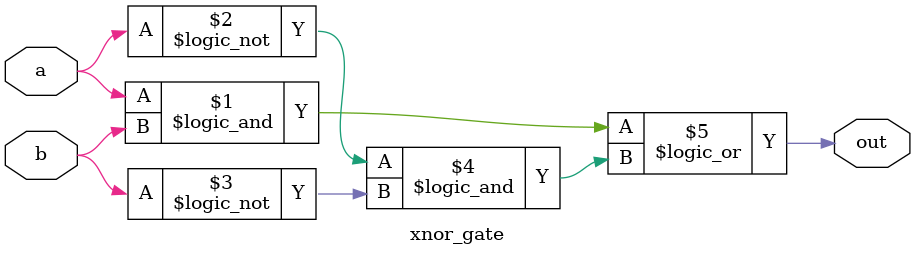
<source format=v>
`resetall
`timescale 1ns / 1ps
`default_nettype none

module xnor_gate ( 
    input  wire a, 
    input  wire b, 
    output wire out
);
    
    assign out = (a && b) || (!a && !b);

endmodule
</source>
